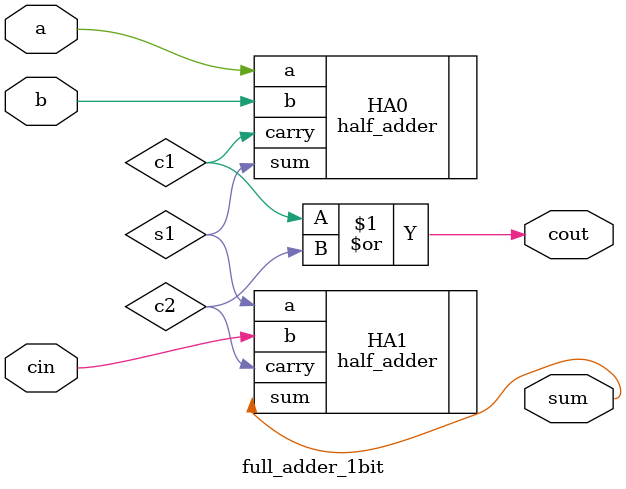
<source format=v>
module full_adder_1bit(
    input  wire a,
    input  wire b,
    input  wire cin,
    output wire sum,
    output wire cout
);
    wire s1, c1, c2;
    half_adder HA0(.a(a), .b(b), .sum(s1), .carry(c1));
    half_adder HA1(.a(s1), .b(cin), .sum(sum), .carry(c2));
    assign cout = c1 | c2;
endmodule
</source>
